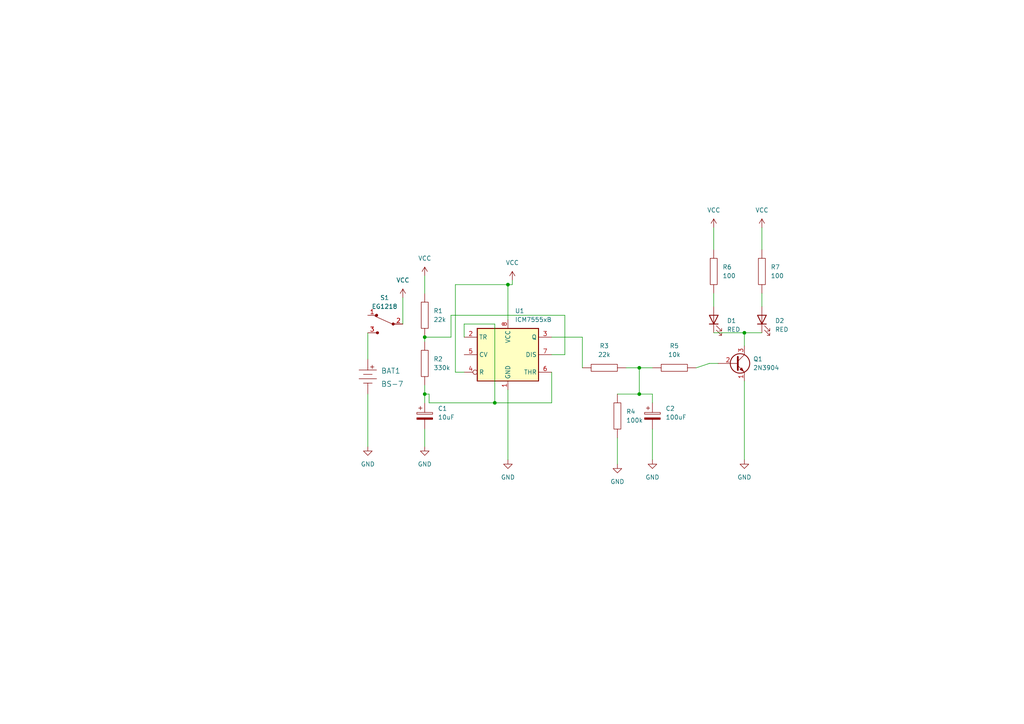
<source format=kicad_sch>
(kicad_sch (version 20211123) (generator eeschema)
  (paper "A4")
  (title_block (title "First Prototype") (date "2022-04-28") (rev "v01") (comment 1 "Author:Ukesh Aryal"))
  (lib_symbols
    (symbol "Device:C_Polarized" (pin_numbers hide) (pin_names (offset 0.254))
      (property "Reference" "C" (at 0.635 2.54 0))
      (property "Value" "C_Polarized" (at 0.635 -2.54 0))
      (symbol "C_Polarized_0_1"
        (rectangle (start -2.286 0.508) (end 2.286 1.016))
        (polyline (pts (xy -1.778 2.286) (xy -0.762 2.286)))
        (polyline (pts (xy -1.27 2.794) (xy -1.27 1.778)))
        (rectangle (start 2.286 -0.508) (end -2.286 -1.016) (fill (type outline)))
      )
      (symbol "C_Polarized_1_1"
        (pin passive line (at 0 3.81 270) (length 2.794) (name "~") (number "1"))
        (pin passive line (at 0 -3.81 90) (length 2.794) (name "~") (number "2"))
      )
    )
    (symbol "Device:LED" (pin_numbers hide) (pin_names (offset 1.016) hide)
      (property "Reference" "D" (at 0 2.54 0))
      (property "Value" "LED" (at 0 -2.54 0))
      (symbol "LED_0_1"
        (polyline (pts (xy -1.27 -1.27) (xy -1.27 1.27)) (stroke (width 0.254)))
        (polyline (pts (xy -1.27 0) (xy 1.27 0)))
        (polyline (pts (xy 1.27 -1.27) (xy 1.27 1.27) (xy -1.27 0) (xy 1.27 -1.27)) (stroke (width 0.254)))
        (polyline (pts (xy -3.048 -0.762) (xy -4.572 -2.286) (xy -3.81 -2.286) (xy -4.572 -2.286) (xy -4.572 -1.524)))
        (polyline (pts (xy -1.778 -0.762) (xy -3.302 -2.286) (xy -2.54 -2.286) (xy -3.302 -2.286) (xy -3.302 -1.524)))
      )
      (symbol "LED_1_1"
        (pin passive line (at -3.81 0 0) (length 2.54) (name "K") (number "1"))
        (pin passive line (at 3.81 0 180) (length 2.54) (name "A") (number "2"))
      )
    )
    (symbol "Timer:ICM7555xB"
      (property "Reference" "U" (at -10.16 8.89 0))
      (property "Value" "ICM7555xB" (at 2.54 8.89 0))
      (symbol "ICM7555xB_0_0"
        (pin power_in line (at 0 -10.16 90) (length 2.54) (name "GND") (number "1"))
        (pin power_in line (at 0 10.16 270) (length 2.54) (name "VCC") (number "8"))
      )
      (symbol "ICM7555xB_0_1"
        (rectangle (start -8.89 -7.62) (end 8.89 7.62) (stroke (width 0.254)) (fill (type background)))
        (rectangle (start -8.89 -7.62) (end 8.89 7.62) (stroke (width 0.254)) (fill (type background)))
      )
      (symbol "ICM7555xB_1_1"
        (pin input line (at -12.7 5.08 0) (length 3.81) (name "TR") (number "2"))
        (pin output line (at 12.7 5.08 180) (length 3.81) (name "Q") (number "3"))
        (pin input inverted (at -12.7 -5.08 0) (length 3.81) (name "R") (number "4"))
        (pin input line (at -12.7 0 0) (length 3.81) (name "CV") (number "5"))
        (pin input line (at 12.7 -5.08 180) (length 3.81) (name "THR") (number "6"))
        (pin input line (at 12.7 0 180) (length 3.81) (name "DIS") (number "7"))
      )
    )
    (symbol "Transistor_BJT:2N3904" (pin_names (offset 0) hide)
      (property "Reference" "Q" (at 5.08 1.905 0))
      (property "Value" "2N3904" (at 5.08 0 0))
      (symbol "2N3904_0_1"
        (polyline (pts (xy 0.635 0.635) (xy 2.54 2.54)))
        (polyline (pts (xy 0.635 -0.635) (xy 2.54 -2.54) (xy 2.54 -2.54)))
        (polyline (pts (xy 0.635 1.905) (xy 0.635 -1.905) (xy 0.635 -1.905)) (stroke (width 0.508)))
        (polyline (pts (xy 1.27 -1.778) (xy 1.778 -1.27) (xy 2.286 -2.286) (xy 1.27 -1.778) (xy 1.27 -1.778)) (fill (type outline)))
        (circle (center 1.27 0) (radius 2.8194) (stroke (width 0.254)))
      )
      (symbol "2N3904_1_1"
        (pin passive line (at 2.54 -5.08 90) (length 2.54) (name "E") (number "1"))
        (pin passive line (at -5.08 0 0) (length 5.715) (name "B") (number "2"))
        (pin passive line (at 2.54 5.08 270) (length 2.54) (name "C") (number "3"))
      )
    )
    (symbol "dk_Battery-Holders-Clips-Contacts:BS-7" (pin_numbers hide) (pin_names (offset 1.016))
      (property "Reference" "BAT" (at -1.27 3.81 0))
      (property "Value" "BS-7" (at -1.27 -3.81 0))
      (symbol "BS-7_1_1"
        (polyline (pts (xy 0 -2.54) (xy 0 -1.905)))
        (polyline (pts (xy 0 1.905) (xy 0 2.54)))
        (polyline (pts (xy 1.27 -1.905) (xy -1.27 -1.905)))
        (polyline (pts (xy 1.27 0.635) (xy -1.27 0.635)))
        (polyline (pts (xy 1.27 2.286) (xy 1.27 3.302)))
        (polyline (pts (xy 1.778 2.794) (xy 0.762 2.794)))
        (polyline (pts (xy 2.54 -0.635) (xy -2.54 -0.635)))
        (polyline (pts (xy 2.54 1.905) (xy -2.54 1.905)))
        (pin power_out line (at 0 -5.08 90) (length 2.54) (name "~") (number "Neg"))
        (pin power_out line (at 0 5.08 270) (length 2.54) (name "~") (number "Pos"))
      )
    )
    (symbol "dk_Slide-Switches:EG1218" (pin_names (offset 0))
      (property "Reference" "S" (at -3.81 2.286 0))
      (property "Value" "EG1218" (at 0 -5.334 0))
      (symbol "EG1218_0_1"
        (circle (center -2.286 0) (radius 0.3556) (fill (type outline)))
        (polyline (pts (xy -2.032 0) (xy 3.048 2.286)))
        (circle (center 2.286 -2.54) (radius 0.3556) (fill (type outline)))
        (circle (center 2.54 2.54) (radius 0.3556) (fill (type outline)))
      )
      (symbol "EG1218_1_1"
        (pin passive line (at 5.08 2.54 180) (length 2.54) (name "~") (number "1"))
        (pin passive line (at -5.08 0 0) (length 2.54) (name "~") (number "2"))
        (pin passive line (at 5.08 -2.54 180) (length 2.54) (name "~") (number "3"))
      )
    )
    (symbol "power:GND" (power) (pin_names (offset 0))
      (property "Value" "GND" (at 0 -3.81 0))
      (symbol "GND_0_1"
        (polyline (pts (xy 0 0) (xy 0 -1.27) (xy 1.27 -1.27) (xy 0 -2.54) (xy -1.27 -1.27) (xy 0 -1.27)))
      )
      (symbol "GND_1_1"
        (pin power_in line (at 0 0 270) (length 0) hide (name "GND") (number "1"))
      )
    )
    (symbol "power:VCC" (power) (pin_names (offset 0))
      (property "Value" "VCC" (at 0 3.81 0))
      (symbol "VCC_0_1"
        (polyline (pts (xy -0.762 1.27) (xy 0 2.54)))
        (polyline (pts (xy 0 0) (xy 0 2.54)))
        (polyline (pts (xy 0 2.54) (xy 0.762 1.27)))
      )
      (symbol "VCC_1_1"
        (pin power_in line (at 0 0 90) (length 0) hide (name "VCC") (number "1"))
      )
    )
    (symbol "pspice:R" (pin_numbers hide) (pin_names (offset 0))
      (property "Reference" "R" (at 2.032 0 90))
      (property "Value" "R" (at 0 0 90))
      (symbol "R_0_1"
        (rectangle (start -1.016 3.81) (end 1.016 -3.81))
      )
      (symbol "R_1_1"
        (pin passive line (at 0 6.35 270) (length 2.54) (name "~") (number "1"))
        (pin passive line (at 0 -6.35 90) (length 2.54) (name "~") (number "2"))
      )
    )
  )
  (junction (at 215.9 96.52))
  (junction (at 143.51 116.84))
  (junction (at 123.19 97.79))
  (junction (at 123.19 114.3))
  (junction (at 147.32 82.55))
  (junction (at 185.42 106.68))
  (junction (at 185.42 114.3))
  (wire (pts (xy 189.23 124.46) (xy 189.23 133.35)))
  (wire (pts (xy 185.42 106.68) (xy 185.42 114.3)))
  (wire (pts (xy 106.68 129.54) (xy 106.68 114.3)))
  (wire (pts (xy 132.08 107.95) (xy 132.08 82.55)))
  (wire (pts (xy 123.19 97.79) (xy 130.81 97.79)))
  (wire (pts (xy 201.93 106.68) (xy 205.74 105.41)))
  (wire (pts (xy 207.01 66.04) (xy 207.01 72.39)))
  (wire (pts (xy 163.83 91.44) (xy 163.83 102.87)))
  (wire (pts (xy 106.68 104.14) (xy 106.68 96.52)))
  (wire (pts (xy 207.01 85.09) (xy 207.01 88.9)))
  (wire (pts (xy 116.84 93.98) (xy 116.84 86.36)))
  (wire (pts (xy 123.19 111.76) (xy 123.19 114.3)))
  (wire (pts (xy 160.02 107.95) (xy 160.02 116.84)))
  (wire (pts (xy 124.46 116.84) (xy 124.46 114.3)))
  (wire (pts (xy 179.07 127) (xy 179.07 134.62)))
  (wire (pts (xy 147.32 82.55) (xy 148.59 82.55)))
  (wire (pts (xy 207.01 96.52) (xy 215.9 96.52)))
  (wire (pts (xy 185.42 114.3) (xy 189.23 114.3)))
  (wire (pts (xy 185.42 106.68) (xy 189.23 106.68)))
  (wire (pts (xy 163.83 102.87) (xy 160.02 102.87)))
  (wire (pts (xy 160.02 116.84) (xy 143.51 116.84)))
  (wire (pts (xy 181.61 106.68) (xy 185.42 106.68)))
  (wire (pts (xy 132.08 82.55) (xy 147.32 82.55)))
  (wire (pts (xy 123.19 97.79) (xy 123.19 99.06)))
  (wire (pts (xy 130.81 91.44) (xy 163.83 91.44)))
  (wire (pts (xy 124.46 114.3) (xy 123.19 114.3)))
  (wire (pts (xy 130.81 91.44) (xy 130.81 97.79)))
  (wire (pts (xy 168.91 97.79) (xy 168.91 106.68)))
  (wire (pts (xy 143.51 93.98) (xy 143.51 116.84)))
  (wire (pts (xy 134.62 107.95) (xy 132.08 107.95)))
  (wire (pts (xy 134.62 93.98) (xy 143.51 93.98)))
  (wire (pts (xy 205.74 105.41) (xy 208.28 105.41)))
  (wire (pts (xy 147.32 92.71) (xy 147.32 82.55)))
  (wire (pts (xy 215.9 96.52) (xy 220.98 96.52)))
  (wire (pts (xy 143.51 116.84) (xy 124.46 116.84)))
  (wire (pts (xy 179.07 114.3) (xy 185.42 114.3)))
  (wire (pts (xy 189.23 114.3) (xy 189.23 116.84)))
  (wire (pts (xy 215.9 133.35) (xy 215.9 110.49)))
  (wire (pts (xy 123.19 124.46) (xy 123.19 129.54)))
  (wire (pts (xy 220.98 66.04) (xy 220.98 72.39)))
  (wire (pts (xy 123.19 85.09) (xy 123.19 80.01)))
  (wire (pts (xy 160.02 97.79) (xy 168.91 97.79)))
  (wire (pts (xy 147.32 113.03) (xy 147.32 133.35)))
  (wire (pts (xy 220.98 85.09) (xy 220.98 88.9)))
  (wire (pts (xy 123.19 114.3) (xy 123.19 116.84)))
  (wire (pts (xy 134.62 97.79) (xy 134.62 93.98)))
  (wire (pts (xy 215.9 96.52) (xy 215.9 100.33)))
  (wire (pts (xy 148.59 82.55) (xy 148.59 81.28)))
  (symbol (lib_id "Transistor_BJT:2N3904") (at 213.36 105.41 0) (unit 1)
    (property "Reference" "Q1" (at 218.44 104.1399 0) (effects (justify left)))
    (property "Value" "2N3904" (at 218.44 106.6799 0) (effects (justify left)))
    (property "Footprint" "Package_TO_SOT_THT:TO-92_Inline" (effects hide))
    (property "Datasheet" "https://www.onsemi.com/pub/Collateral/2N3903-D.PDF" (effects hide))
  )
  (symbol (lib_id "Device:C_Polarized") (at 189.23 120.65 0) (unit 1)
    (property "Reference" "C2" (at 193.04 118.4909 0) (effects (justify left)))
    (property "Value" "100uF" (at 193.04 121.0309 0) (effects (justify left)))
    (property "Footprint" "Capacitor_THT:CP_Radial_D6.3mm_P2.50mm" (effects hide))
  )
  (symbol (lib_id "power:VCC") (at 116.84 86.36 0) (unit 1)
    (property "Reference" "#PWR02" (effects hide))
    (property "Value" "VCC" (at 116.84 81.28 0))
  )
  (symbol (lib_id "dk_Slide-Switches:EG1218") (at 111.76 93.98 0) (mirror y) (unit 1)
    (property "Reference" "S1" (at 111.5568 86.36 0))
    (property "Value" "EG1218" (at 111.5568 88.9 0))
    (property "Footprint" "digikey-footprints:Switch_Slide_11.6x4mm_EG1218" (effects hide))
    (property "Datasheet" "http://spec_sheets.e-switch.com/specs/P040040.pdf" (effects hide))
    (property "Digi-Key_PN" "EG1903-ND" (effects hide))
    (property "MPN" "EG1218" (effects hide))
    (property "Category" "Switches" (effects hide))
    (property "Family" "Slide Switches" (effects hide))
    (property "DK_Datasheet_Link" "http://spec_sheets.e-switch.com/specs/P040040.pdf" (effects hide))
    (property "DK_Detail_Page" "/product-detail/en/e-switch/EG1218/EG1903-ND/101726" (effects hide))
    (property "Description" "SWITCH SLIDE SPDT 200MA 30V" (effects hide))
    (property "Manufacturer" "E-Switch" (effects hide))
    (property "Status" "Active" (effects hide))
  )
  (symbol (lib_id "pspice:R") (at 123.19 105.41 0) (unit 1)
    (property "Reference" "R2" (at 125.73 104.1399 0) (effects (justify left)))
    (property "Value" "330k" (at 125.73 106.6799 0) (effects (justify left)))
    (property "Footprint" "Resistor_THT:R_Axial_DIN0207_L6.3mm_D2.5mm_P7.62mm_Horizontal" (effects hide))
  )
  (symbol (lib_id "power:GND") (at 189.23 133.35 0) (unit 1)
    (property "Reference" "#PWR08" (effects hide))
    (property "Value" "GND" (at 189.23 138.43 0))
  )
  (symbol (lib_id "Device:C_Polarized") (at 123.19 120.65 0) (unit 1)
    (property "Reference" "C1" (at 127 118.4909 0) (effects (justify left)))
    (property "Value" "10uF" (at 127 121.0309 0) (effects (justify left)))
    (property "Footprint" "Capacitor_THT:CP_Radial_D5.0mm_P2.00mm" (effects hide))
  )
  (symbol (lib_id "Device:LED") (at 220.98 92.71 90) (unit 1)
    (property "Reference" "D2" (at 224.79 93.0274 90) (effects (justify right)))
    (property "Value" "RED" (at 224.79 95.5674 90) (effects (justify right)))
    (property "Footprint" "LED_THT:LED_D3.0mm" (effects hide))
  )
  (symbol (lib_id "power:GND") (at 106.68 129.54 0) (unit 1)
    (property "Reference" "#PWR01" (effects hide))
    (property "Value" "GND" (at 106.68 134.62 0))
  )
  (symbol (lib_id "pspice:R") (at 207.01 78.74 0) (unit 1)
    (property "Reference" "R6" (at 209.55 77.4699 0) (effects (justify left)))
    (property "Value" "100" (at 209.55 80.0099 0) (effects (justify left)))
    (property "Footprint" "Resistor_THT:R_Axial_DIN0207_L6.3mm_D2.5mm_P7.62mm_Horizontal" (effects hide))
  )
  (symbol (lib_id "power:GND") (at 179.07 134.62 0) (unit 1)
    (property "Reference" "#PWR07" (effects hide))
    (property "Value" "GND" (at 179.07 139.7 0))
  )
  (symbol (lib_id "pspice:R") (at 179.07 120.65 0) (unit 1)
    (property "Reference" "R4" (at 181.61 119.3799 0) (effects (justify left)))
    (property "Value" "100k" (at 181.61 121.9199 0) (effects (justify left)))
    (property "Footprint" "Resistor_THT:R_Axial_DIN0207_L6.3mm_D2.5mm_P7.62mm_Horizontal" (effects hide))
  )
  (symbol (lib_id "pspice:R") (at 220.98 78.74 0) (unit 1)
    (property "Reference" "R7" (at 223.52 77.4699 0) (effects (justify left)))
    (property "Value" "100" (at 223.52 80.0099 0) (effects (justify left)))
    (property "Footprint" "Resistor_THT:R_Axial_DIN0207_L6.3mm_D2.5mm_P7.62mm_Horizontal" (effects hide))
  )
  (symbol (lib_id "pspice:R") (at 123.19 91.44 0) (unit 1)
    (property "Reference" "R1" (at 125.73 90.1699 0) (effects (justify left)))
    (property "Value" "22k" (at 125.73 92.7099 0) (effects (justify left)))
    (property "Footprint" "Resistor_THT:R_Axial_DIN0207_L6.3mm_D2.5mm_P7.62mm_Horizontal" (effects hide))
  )
  (symbol (lib_id "Device:LED") (at 207.01 92.71 90) (unit 1)
    (property "Reference" "D1" (at 210.82 93.0274 90) (effects (justify right)))
    (property "Value" "RED" (at 210.82 95.5674 90) (effects (justify right)))
    (property "Footprint" "LED_THT:LED_D3.0mm" (effects hide))
  )
  (symbol (lib_id "Timer:ICM7555xB") (at 147.32 102.87 0) (unit 1)
    (property "Reference" "U1" (at 149.3394 90.17 0) (effects (justify left)))
    (property "Value" "ICM7555xB" (at 149.3394 92.71 0) (effects (justify left)))
    (property "Footprint" "Package_SO:SOIC-8_3.9x4.9mm_P1.27mm" (effects hide))
    (property "Datasheet" "http://www.intersil.com/content/dam/Intersil/documents/icm7/icm7555-56.pdf" (effects hide))
  )
  (symbol (lib_id "power:VCC") (at 207.01 66.04 0) (unit 1)
    (property "Reference" "#PWR09" (effects hide))
    (property "Value" "VCC" (at 207.01 60.96 0))
  )
  (symbol (lib_id "power:GND") (at 123.19 129.54 0) (unit 1)
    (property "Reference" "#PWR04" (effects hide))
    (property "Value" "GND" (at 123.19 134.62 0))
  )
  (symbol (lib_id "power:VCC") (at 148.59 81.28 0) (unit 1)
    (property "Reference" "#PWR06" (effects hide))
    (property "Value" "VCC" (at 148.59 76.2 0))
  )
  (symbol (lib_id "power:GND") (at 147.32 133.35 0) (unit 1)
    (property "Reference" "#PWR05" (effects hide))
    (property "Value" "GND" (at 147.32 138.43 0))
  )
  (symbol (lib_id "pspice:R") (at 175.26 106.68 270) (unit 1)
    (property "Reference" "R3" (at 175.26 100.33 90))
    (property "Value" "22k" (at 175.26 102.87 90))
    (property "Footprint" "Resistor_THT:R_Axial_DIN0207_L6.3mm_D2.5mm_P7.62mm_Horizontal" (effects hide))
  )
  (symbol (lib_id "power:VCC") (at 123.19 80.01 0) (unit 1)
    (property "Reference" "#PWR03" (effects hide))
    (property "Value" "VCC" (at 123.19 74.93 0))
  )
  (symbol (lib_id "power:GND") (at 215.9 133.35 0) (unit 1)
    (property "Reference" "#PWR010" (effects hide))
    (property "Value" "GND" (at 215.9 138.43 0))
  )
  (symbol (lib_id "power:VCC") (at 220.98 66.04 0) (unit 1)
    (property "Reference" "#PWR011" (effects hide))
    (property "Value" "VCC" (at 220.98 60.96 0))
  )
  (symbol (lib_id "pspice:R") (at 195.58 106.68 90) (unit 1)
    (property "Reference" "R5" (at 195.58 100.33 90))
    (property "Value" "10k" (at 195.58 102.87 90))
    (property "Footprint" "Resistor_THT:R_Axial_DIN0207_L6.3mm_D2.5mm_P7.62mm_Horizontal" (effects hide))
  )
  (symbol (lib_id "dk_Battery-Holders-Clips-Contacts:BS-7") (at 106.68 109.22 0) (unit 1)
    (property "Reference" "BAT1" (at 110.49 107.569 0) (effects (font (size 1.524 1.524)) (justify left)))
    (property "Value" "BS-7" (at 110.49 111.379 0) (effects (font (size 1.524 1.524)) (justify left)))
    (property "Footprint" "digikey-footprints:Battery_Holder_Coin_2032_BS-7" (effects hide))
    (property "Datasheet" "http://www.memoryprotectiondevices.com/datasheets/BS-7-datasheet.pdf" (effects hide))
    (property "Digi-Key_PN" "BS-7-ND" (effects hide))
    (property "MPN" "BS-7" (effects hide))
    (property "Category" "Battery Products" (effects hide))
    (property "Family" "Battery Holders, Clips, Contacts" (effects hide))
    (property "DK_Datasheet_Link" "http://www.memoryprotectiondevices.com/datasheets/BS-7-datasheet.pdf" (effects hide))
    (property "DK_Detail_Page" "/product-detail/en/mpd-memory-protection-devices/BS-7/BS-7-ND/389447" (effects hide))
    (property "Description" "BATTERY HOLDER COIN 20MM PC PIN" (effects hide))
    (property "Manufacturer" "MPD (Memory Protection Devices)" (effects hide))
    (property "Status" "Active" (effects hide))
  )
)
</source>
